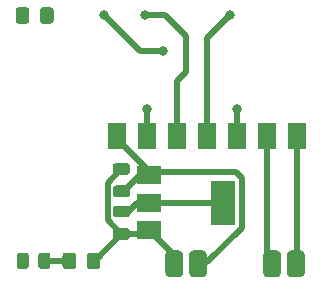
<source format=gbr>
G04 #@! TF.GenerationSoftware,KiCad,Pcbnew,6.0.5+dfsg-1~bpo11+1*
G04 #@! TF.ProjectId,esp8266_pzem16_ac,65737038-3236-4365-9f70-7a656d31365f,rev?*
G04 #@! TF.SameCoordinates,Original*
G04 #@! TF.FileFunction,Copper,L2,Bot*
G04 #@! TF.FilePolarity,Positive*
%FSLAX46Y46*%
G04 Gerber Fmt 4.6, Leading zero omitted, Abs format (unit mm)*
%MOMM*%
%LPD*%
G01*
G04 APERTURE LIST*
G04 #@! TA.AperFunction,SMDPad,CuDef*
%ADD10R,1.524000X2.286000*%
G04 #@! TD*
G04 #@! TA.AperFunction,SMDPad,CuDef*
%ADD11R,2.000000X1.500000*%
G04 #@! TD*
G04 #@! TA.AperFunction,SMDPad,CuDef*
%ADD12R,2.000000X3.800000*%
G04 #@! TD*
G04 #@! TA.AperFunction,ViaPad*
%ADD13C,0.800000*%
G04 #@! TD*
G04 #@! TA.AperFunction,Conductor*
%ADD14C,0.500000*%
G04 #@! TD*
G04 APERTURE END LIST*
G04 #@! TA.AperFunction,ComponentPad*
G36*
G01*
X63821000Y-32361000D02*
X63821000Y-33261000D01*
G75*
G02*
X63571000Y-33511000I-250000J0D01*
G01*
X62921000Y-33511000D01*
G75*
G02*
X62671000Y-33261000I0J250000D01*
G01*
X62671000Y-32361000D01*
G75*
G02*
X62921000Y-32111000I250000J0D01*
G01*
X63571000Y-32111000D01*
G75*
G02*
X63821000Y-32361000I0J-250000D01*
G01*
G37*
G04 #@! TD.AperFunction*
G04 #@! TA.AperFunction,ComponentPad*
G36*
G01*
X61771000Y-32361000D02*
X61771000Y-33261000D01*
G75*
G02*
X61521000Y-33511000I-250000J0D01*
G01*
X60871000Y-33511000D01*
G75*
G02*
X60621000Y-33261000I0J250000D01*
G01*
X60621000Y-32361000D01*
G75*
G02*
X60871000Y-32111000I250000J0D01*
G01*
X61521000Y-32111000D01*
G75*
G02*
X61771000Y-32361000I0J-250000D01*
G01*
G37*
G04 #@! TD.AperFunction*
G04 #@! TA.AperFunction,ComponentPad*
G36*
G01*
X64576000Y-54044000D02*
X64576000Y-53144000D01*
G75*
G02*
X64826000Y-52894000I250000J0D01*
G01*
X65476000Y-52894000D01*
G75*
G02*
X65726000Y-53144000I0J-250000D01*
G01*
X65726000Y-54044000D01*
G75*
G02*
X65476000Y-54294000I-250000J0D01*
G01*
X64826000Y-54294000D01*
G75*
G02*
X64576000Y-54044000I0J250000D01*
G01*
G37*
G04 #@! TD.AperFunction*
G04 #@! TA.AperFunction,ComponentPad*
G36*
G01*
X66626000Y-54044000D02*
X66626000Y-53144000D01*
G75*
G02*
X66876000Y-52894000I250000J0D01*
G01*
X67526000Y-52894000D01*
G75*
G02*
X67776000Y-53144000I0J-250000D01*
G01*
X67776000Y-54044000D01*
G75*
G02*
X67526000Y-54294000I-250000J0D01*
G01*
X66876000Y-54294000D01*
G75*
G02*
X66626000Y-54044000I0J250000D01*
G01*
G37*
G04 #@! TD.AperFunction*
D10*
X69215000Y-43053000D03*
X71755000Y-43053000D03*
X74295000Y-43053000D03*
X76835000Y-43053000D03*
X79375000Y-43053000D03*
X81915000Y-43053000D03*
X84455000Y-43053000D03*
G04 #@! TA.AperFunction,SMDPad,CuDef*
G36*
G01*
X76422000Y-54991000D02*
X75660000Y-54991000D01*
G75*
G02*
X75279000Y-54610000I0J381000D01*
G01*
X75279000Y-53086000D01*
G75*
G02*
X75660000Y-52705000I381000J0D01*
G01*
X76422000Y-52705000D01*
G75*
G02*
X76803000Y-53086000I0J-381000D01*
G01*
X76803000Y-54610000D01*
G75*
G02*
X76422000Y-54991000I-381000J0D01*
G01*
G37*
G04 #@! TD.AperFunction*
G04 #@! TA.AperFunction,SMDPad,CuDef*
G36*
G01*
X74422000Y-54991000D02*
X73660000Y-54991000D01*
G75*
G02*
X73279000Y-54610000I0J381000D01*
G01*
X73279000Y-53086000D01*
G75*
G02*
X73660000Y-52705000I381000J0D01*
G01*
X74422000Y-52705000D01*
G75*
G02*
X74803000Y-53086000I0J-381000D01*
G01*
X74803000Y-54610000D01*
G75*
G02*
X74422000Y-54991000I-381000J0D01*
G01*
G37*
G04 #@! TD.AperFunction*
G04 #@! TA.AperFunction,SMDPad,CuDef*
G36*
G01*
X60701500Y-54044000D02*
X60701500Y-53144000D01*
G75*
G02*
X60951500Y-52894000I250000J0D01*
G01*
X61476500Y-52894000D01*
G75*
G02*
X61726500Y-53144000I0J-250000D01*
G01*
X61726500Y-54044000D01*
G75*
G02*
X61476500Y-54294000I-250000J0D01*
G01*
X60951500Y-54294000D01*
G75*
G02*
X60701500Y-54044000I0J250000D01*
G01*
G37*
G04 #@! TD.AperFunction*
G04 #@! TA.AperFunction,SMDPad,CuDef*
G36*
G01*
X62526500Y-54044000D02*
X62526500Y-53144000D01*
G75*
G02*
X62776500Y-52894000I250000J0D01*
G01*
X63301500Y-52894000D01*
G75*
G02*
X63551500Y-53144000I0J-250000D01*
G01*
X63551500Y-54044000D01*
G75*
G02*
X63301500Y-54294000I-250000J0D01*
G01*
X62776500Y-54294000D01*
G75*
G02*
X62526500Y-54044000I0J250000D01*
G01*
G37*
G04 #@! TD.AperFunction*
D11*
X71907000Y-50955000D03*
D12*
X78207000Y-48655000D03*
D11*
X71907000Y-48655000D03*
X71907000Y-46355000D03*
G04 #@! TA.AperFunction,SMDPad,CuDef*
G36*
G01*
X84709000Y-54991000D02*
X83947000Y-54991000D01*
G75*
G02*
X83566000Y-54610000I0J381000D01*
G01*
X83566000Y-53086000D01*
G75*
G02*
X83947000Y-52705000I381000J0D01*
G01*
X84709000Y-52705000D01*
G75*
G02*
X85090000Y-53086000I0J-381000D01*
G01*
X85090000Y-54610000D01*
G75*
G02*
X84709000Y-54991000I-381000J0D01*
G01*
G37*
G04 #@! TD.AperFunction*
G04 #@! TA.AperFunction,SMDPad,CuDef*
G36*
G01*
X82709000Y-54991000D02*
X81947000Y-54991000D01*
G75*
G02*
X81566000Y-54610000I0J381000D01*
G01*
X81566000Y-53086000D01*
G75*
G02*
X81947000Y-52705000I381000J0D01*
G01*
X82709000Y-52705000D01*
G75*
G02*
X83090000Y-53086000I0J-381000D01*
G01*
X83090000Y-54610000D01*
G75*
G02*
X82709000Y-54991000I-381000J0D01*
G01*
G37*
G04 #@! TD.AperFunction*
G04 #@! TA.AperFunction,SMDPad,CuDef*
G36*
G01*
X70046000Y-48200000D02*
X69096000Y-48200000D01*
G75*
G02*
X68846000Y-47950000I0J250000D01*
G01*
X68846000Y-47450000D01*
G75*
G02*
X69096000Y-47200000I250000J0D01*
G01*
X70046000Y-47200000D01*
G75*
G02*
X70296000Y-47450000I0J-250000D01*
G01*
X70296000Y-47950000D01*
G75*
G02*
X70046000Y-48200000I-250000J0D01*
G01*
G37*
G04 #@! TD.AperFunction*
G04 #@! TA.AperFunction,SMDPad,CuDef*
G36*
G01*
X70046000Y-46300000D02*
X69096000Y-46300000D01*
G75*
G02*
X68846000Y-46050000I0J250000D01*
G01*
X68846000Y-45550000D01*
G75*
G02*
X69096000Y-45300000I250000J0D01*
G01*
X70046000Y-45300000D01*
G75*
G02*
X70296000Y-45550000I0J-250000D01*
G01*
X70296000Y-46050000D01*
G75*
G02*
X70046000Y-46300000I-250000J0D01*
G01*
G37*
G04 #@! TD.AperFunction*
G04 #@! TA.AperFunction,SMDPad,CuDef*
G36*
G01*
X69096000Y-48917000D02*
X70046000Y-48917000D01*
G75*
G02*
X70296000Y-49167000I0J-250000D01*
G01*
X70296000Y-49667000D01*
G75*
G02*
X70046000Y-49917000I-250000J0D01*
G01*
X69096000Y-49917000D01*
G75*
G02*
X68846000Y-49667000I0J250000D01*
G01*
X68846000Y-49167000D01*
G75*
G02*
X69096000Y-48917000I250000J0D01*
G01*
G37*
G04 #@! TD.AperFunction*
G04 #@! TA.AperFunction,SMDPad,CuDef*
G36*
G01*
X69096000Y-50817000D02*
X70046000Y-50817000D01*
G75*
G02*
X70296000Y-51067000I0J-250000D01*
G01*
X70296000Y-51567000D01*
G75*
G02*
X70046000Y-51817000I-250000J0D01*
G01*
X69096000Y-51817000D01*
G75*
G02*
X68846000Y-51567000I0J250000D01*
G01*
X68846000Y-51067000D01*
G75*
G02*
X69096000Y-50817000I250000J0D01*
G01*
G37*
G04 #@! TD.AperFunction*
D13*
X79375000Y-40767000D03*
X69571000Y-45800000D03*
X71755000Y-40767000D03*
X61214000Y-53594000D03*
X78207000Y-48655000D03*
X71524500Y-32766000D03*
X78763500Y-32766000D03*
X68072000Y-32766000D03*
X73075000Y-35834000D03*
D14*
X71907000Y-46355000D02*
X71907000Y-45999000D01*
X79248000Y-46101000D02*
X72161000Y-46101000D01*
X71120000Y-46355000D02*
X71907000Y-46355000D01*
X76041000Y-53721000D02*
X76835000Y-53721000D01*
X76835000Y-53721000D02*
X79756000Y-50800000D01*
X79756000Y-50800000D02*
X79756000Y-46609000D01*
X71907000Y-45999000D02*
X69215000Y-43307000D01*
X69571000Y-47700000D02*
X69775000Y-47700000D01*
X69775000Y-47700000D02*
X71120000Y-46355000D01*
X79756000Y-46609000D02*
X79248000Y-46101000D01*
X69215000Y-43307000D02*
X69215000Y-43053000D01*
X72161000Y-46101000D02*
X71907000Y-46355000D01*
X69571000Y-51317000D02*
X71545000Y-51317000D01*
X71755000Y-40767000D02*
X71755000Y-43053000D01*
X79375000Y-43053000D02*
X79375000Y-40767000D01*
X71545000Y-51317000D02*
X71907000Y-50955000D01*
X67151000Y-53594000D02*
X67294000Y-53594000D01*
X68396000Y-46975000D02*
X68396000Y-50142000D01*
X74041000Y-53089000D02*
X71907000Y-50955000D01*
X74041000Y-53721000D02*
X74041000Y-53089000D01*
X69571000Y-45800000D02*
X68396000Y-46975000D01*
X68396000Y-50142000D02*
X69571000Y-51317000D01*
X67294000Y-53594000D02*
X69571000Y-51317000D01*
X71907000Y-48655000D02*
X78207000Y-48655000D01*
X70090000Y-49417000D02*
X70852000Y-48655000D01*
X70852000Y-48655000D02*
X71907000Y-48655000D01*
X69571000Y-49417000D02*
X70090000Y-49417000D01*
X71524500Y-32975000D02*
X71733500Y-32766000D01*
X73279000Y-32766000D02*
X75057000Y-34544000D01*
X71733500Y-32766000D02*
X73279000Y-32766000D01*
X75057000Y-34544000D02*
X75057000Y-37592000D01*
X75057000Y-37592000D02*
X74295000Y-38354000D01*
X74295000Y-38354000D02*
X74295000Y-43053000D01*
X76835000Y-43053000D02*
X76835000Y-40767000D01*
X78763500Y-32766000D02*
X76835000Y-34694500D01*
X76835000Y-34694500D02*
X76835000Y-40640000D01*
X82328000Y-53848000D02*
X81915000Y-53435000D01*
X81915000Y-53435000D02*
X81915000Y-43053000D01*
X84455000Y-53721000D02*
X84455000Y-43053000D01*
X84328000Y-53848000D02*
X84455000Y-53721000D01*
X65151000Y-53594000D02*
X63039000Y-53594000D01*
X71140000Y-35834000D02*
X73075000Y-35834000D01*
X68072000Y-32766000D02*
X71140000Y-35834000D01*
M02*

</source>
